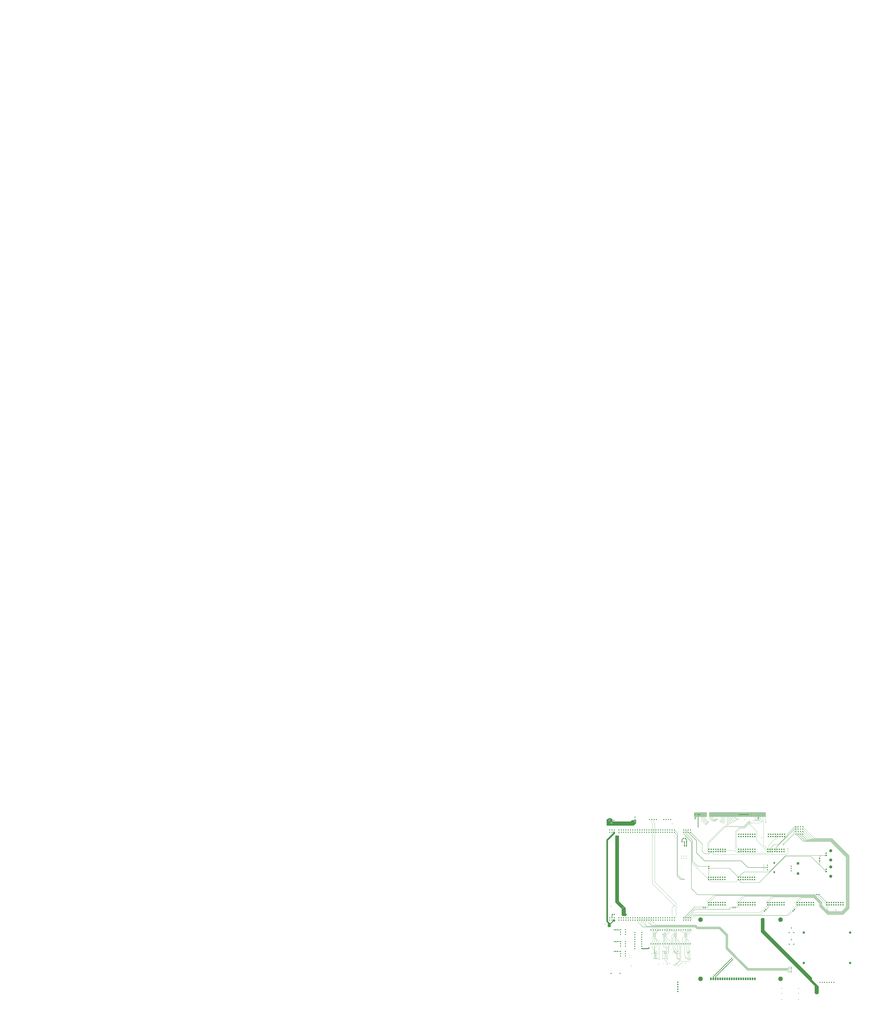
<source format=gbl>
G04 Layer_Physical_Order=4*
G04 Layer_Color=16711680*
%FSLAX44Y44*%
%MOMM*%
G71*
G01*
G75*
%ADD10R,1.2700X1.2700*%
%ADD11R,0.4500X1.0000*%
%ADD13R,1.2700X1.2700*%
%ADD17R,0.8000X5.0800*%
%ADD25C,0.2000*%
%ADD26C,0.2540*%
%ADD27C,0.4000*%
%ADD29C,0.7000*%
%ADD30C,0.8000*%
%ADD31C,1.0000*%
%ADD36C,1.2700*%
%ADD37R,1.5000X1.5000*%
%ADD38C,1.5000*%
%ADD39C,3.3000*%
%ADD40C,1.5240*%
%ADD41C,1.3000*%
%ADD42R,2.5000X2.5000*%
%ADD43R,1.5000X2.1000*%
%ADD44C,2.5000*%
%ADD45O,1.5000X1.0000*%
%ADD46O,1.0000X1.5000*%
%ADD47R,1.8000X2.7500*%
%ADD48C,5.0000*%
%ADD49C,0.7000*%
%ADD54C,0.5000*%
%ADD55P,1.7961X4X90.0*%
G36*
X6260000Y7170000D02*
Y7160000D01*
X6260000Y7149000D01*
X6459000Y7149000D01*
X6473000Y7163000D01*
X6504494D01*
X6507000Y7161962D01*
X6509506Y7163000D01*
X6520000D01*
Y7130000D01*
X6493000Y7103000D01*
X6195000D01*
X6195000Y7144898D01*
X6195000Y7144898D01*
X6195000Y7160000D01*
Y7170000D01*
X6220000Y7185000D01*
X6240000D01*
X6260000Y7170000D01*
D02*
G37*
G36*
X6325000Y6995000D02*
X6330000Y6990000D01*
X6330000Y6950000D01*
X6330000Y6272000D01*
X6405000Y6197000D01*
X6405000Y6145000D01*
Y6140000D01*
X6415000Y6130000D01*
Y6120000D01*
X6405000Y6110000D01*
X6370000D01*
X6360000Y6120000D01*
Y6155000D01*
Y6190000D01*
X6345000Y6205000D01*
X6290000Y6260000D01*
Y6295000D01*
Y6955000D01*
Y6990000D01*
X6295000Y6995000D01*
X6325000Y6995000D01*
D02*
G37*
G36*
X6283500Y7036000D02*
X6284499Y7034065D01*
X6284984Y7032893D01*
X6285330Y7032293D01*
X6285637Y7031672D01*
X6286063Y7031035D01*
X6287500Y7028250D01*
Y7016500D01*
X6210000Y6939000D01*
Y6070000D01*
Y6053000D01*
X6234000Y6029000D01*
X6265000Y6060000D01*
Y6067000D01*
X6273000Y6075000D01*
X6282748D01*
X6282775Y6074595D01*
X6283351Y6071697D01*
X6283574Y6071042D01*
X6283754Y6070373D01*
X6284884Y6067643D01*
X6285230Y6067043D01*
X6285536Y6066422D01*
X6287178Y6063965D01*
X6287635Y6063445D01*
X6288056Y6062896D01*
X6290000Y6060952D01*
Y6055000D01*
X6285000Y6050000D01*
X6270000D01*
X6240000Y6020000D01*
Y5993000D01*
X6235000Y5988000D01*
X6212000D01*
X6208000Y5992000D01*
Y6009000D01*
Y6033000D01*
X6192000Y6049000D01*
Y6927000D01*
Y6948000D01*
X6212000Y6968000D01*
X6268000Y7024000D01*
X6268000Y7037683D01*
X6269026Y7038590D01*
X6283500Y7036000D01*
D02*
G37*
G36*
X7922000Y6089000D02*
X7931000Y6080000D01*
X7931000Y5954000D01*
X8453000Y5432000D01*
Y5410000D01*
X8521000Y5342000D01*
X8527000Y5336000D01*
Y5327000D01*
X8527000Y5262000D01*
X8516000Y5251000D01*
X8497000Y5251000D01*
X8494000D01*
X8487000Y5258000D01*
X8483000Y5262000D01*
Y5332000D01*
Y5342000D01*
X8349000Y5476000D01*
X7891000Y5934000D01*
X7891000Y6080000D01*
X7900000Y6089000D01*
X7922000Y6089000D01*
D02*
G37*
%LPC*%
G36*
X6226270Y7169938D02*
Y7161270D01*
X6232605D01*
Y7162500D01*
X6232346Y7164468D01*
X6231586Y7166302D01*
X6230378Y7167878D01*
X6228802Y7169086D01*
X6226968Y7169846D01*
X6226270Y7169938D01*
D02*
G37*
G36*
X6223730D02*
X6223032Y7169846D01*
X6221198Y7169086D01*
X6219622Y7167878D01*
X6218414Y7166302D01*
X6217654Y7164468D01*
X6217395Y7162500D01*
Y7161270D01*
X6223730D01*
Y7169938D01*
D02*
G37*
G36*
X6232605Y7158730D02*
X6226270D01*
Y7150062D01*
X6226968Y7150154D01*
X6228802Y7150914D01*
X6230378Y7152122D01*
X6231586Y7153698D01*
X6232346Y7155532D01*
X6232605Y7157500D01*
Y7158730D01*
D02*
G37*
G36*
X6223730D02*
X6217395D01*
Y7157500D01*
X6217654Y7155532D01*
X6218414Y7153698D01*
X6219622Y7152122D01*
X6221198Y7150914D01*
X6223032Y7150154D01*
X6223730Y7150062D01*
Y7158730D01*
D02*
G37*
G36*
X6508270Y7154697D02*
Y7146870D01*
X6516096D01*
X6513804Y7152404D01*
X6508270Y7154697D01*
D02*
G37*
G36*
X6505730Y7154697D02*
X6500196Y7152404D01*
X6497903Y7146870D01*
X6505730D01*
Y7154697D01*
D02*
G37*
G36*
X6516097Y7144330D02*
X6508270D01*
Y7136504D01*
X6513804Y7138796D01*
X6516097Y7144330D01*
D02*
G37*
G36*
X6505730D02*
X6497903D01*
X6500196Y7138796D01*
X6505730Y7136503D01*
Y7144330D01*
D02*
G37*
G36*
X6250500Y7139576D02*
X6245500D01*
X6240142Y7137358D01*
X6237924Y7132000D01*
X6240142Y7126642D01*
X6245500Y7124423D01*
X6250500D01*
X6255858Y7126642D01*
X6258077Y7132000D01*
X6255858Y7137358D01*
X6250500Y7139576D01*
D02*
G37*
G36*
X6376000Y6207838D02*
X6374244Y6207489D01*
X6372756Y6206494D01*
X6371761Y6205006D01*
X6371412Y6203250D01*
X6371761Y6201494D01*
X6372756Y6200005D01*
X6374244Y6199011D01*
X6376000Y6198661D01*
X6377756Y6199011D01*
X6379244Y6200005D01*
X6380239Y6201494D01*
X6380588Y6203250D01*
X6380239Y6205006D01*
X6379244Y6206494D01*
X6377756Y6207489D01*
X6376000Y6207838D01*
D02*
G37*
%LPD*%
D10*
X7317750Y6655000D02*
D03*
Y6635000D02*
D03*
D11*
X7078000Y5893000D02*
D03*
X7069000D02*
D03*
X7060000D02*
D03*
X7051000D02*
D03*
X7078000Y5910000D02*
D03*
X7069000D02*
D03*
X7060000D02*
D03*
X7051000D02*
D03*
X6705750D02*
D03*
X6714750D02*
D03*
X6723750D02*
D03*
X6732750D02*
D03*
X6705750Y5893000D02*
D03*
X6714750D02*
D03*
X6723750D02*
D03*
X6732750D02*
D03*
X6963250D02*
D03*
X6954250D02*
D03*
X6945250D02*
D03*
X6936250D02*
D03*
X6963250Y5910000D02*
D03*
X6954250D02*
D03*
X6945250D02*
D03*
X6936250D02*
D03*
X6821000D02*
D03*
X6830000D02*
D03*
X6839000D02*
D03*
X6848000D02*
D03*
X6821000Y5893000D02*
D03*
X6830000D02*
D03*
X6839000D02*
D03*
X6848000D02*
D03*
D13*
X8528000Y6346000D02*
D03*
X8508000D02*
D03*
X6290000Y5958000D02*
D03*
X6310000D02*
D03*
X6290000Y5830000D02*
D03*
X6310000D02*
D03*
X6290000Y5721500D02*
D03*
X6310000D02*
D03*
X7279000Y6202000D02*
D03*
X7259000D02*
D03*
X7606000D02*
D03*
X7586000D02*
D03*
X7039000Y6963000D02*
D03*
X7059000D02*
D03*
X7052250Y6880000D02*
D03*
X7072250D02*
D03*
X6280000Y6128000D02*
D03*
X6260000D02*
D03*
D17*
X7163000Y7224000D02*
D03*
X7175700D02*
D03*
X7188400D02*
D03*
X7201100D02*
D03*
X7213800D02*
D03*
X7226500D02*
D03*
X7239200D02*
D03*
X7251900D02*
D03*
X7264600D02*
D03*
X7277300D02*
D03*
X7290000D02*
D03*
X7328200Y7224600D02*
D03*
X7340900D02*
D03*
X7353600D02*
D03*
X7366300D02*
D03*
X7379000D02*
D03*
X7391700D02*
D03*
X7404400D02*
D03*
X7417100D02*
D03*
X7429800D02*
D03*
X7442500D02*
D03*
X7455200D02*
D03*
X7467900D02*
D03*
X7480600D02*
D03*
X7493300D02*
D03*
X7506000D02*
D03*
X7518700D02*
D03*
X7531400D02*
D03*
X7544100D02*
D03*
X7556800D02*
D03*
X7569500D02*
D03*
X7582200D02*
D03*
X7594900D02*
D03*
X7607600D02*
D03*
X7620300D02*
D03*
X7633000D02*
D03*
X7645700D02*
D03*
X7658400D02*
D03*
X7671100D02*
D03*
X7683800D02*
D03*
X7696500D02*
D03*
X7709200D02*
D03*
X7721900D02*
D03*
X7734600D02*
D03*
X7747300D02*
D03*
X7760000D02*
D03*
X7772700D02*
D03*
X7785400D02*
D03*
X7810800D02*
D03*
X7823500D02*
D03*
X7836200D02*
D03*
X7848900D02*
D03*
X7861600D02*
D03*
X7874300D02*
D03*
X7887000D02*
D03*
X7899700D02*
D03*
X7912400D02*
D03*
X7925100D02*
D03*
X7937800D02*
D03*
X7798000D02*
D03*
D25*
X7026250Y5787750D02*
Y5860250D01*
X7051000Y5885000D01*
Y5893000D01*
X7078250Y5858500D02*
Y5891750D01*
Y5858500D02*
X7100000Y5836750D01*
X7097000Y5910000D02*
X7129500Y5942500D01*
X7078000Y5910000D02*
X7097000D01*
X7009700Y5934500D02*
X7041000D01*
X7051000Y5924500D01*
Y5910000D02*
Y5924500D01*
X6962400Y5956400D02*
X6963250Y5955550D01*
Y5910000D02*
Y5955550D01*
X6937000Y5956400D02*
X6954250Y5939150D01*
Y5910000D02*
Y5939150D01*
X6963250Y5857250D02*
X6999250Y5821250D01*
X6963250Y5857250D02*
Y5893000D01*
X6924250Y5747250D02*
Y5872000D01*
X6936250Y5884000D01*
Y5893000D01*
X6911600Y5891350D02*
X6930250Y5910000D01*
X6936250D01*
X6830000Y5828750D02*
X6846250Y5812500D01*
X6830000Y5892667D02*
X6830833Y5893500D01*
X6830000Y5892667D02*
Y5893000D01*
Y5828750D02*
Y5892667D01*
X6821000Y5775500D02*
X6851750Y5744750D01*
X6821000Y5775500D02*
Y5893000D01*
X6846833Y5893500D02*
X6848500Y5891833D01*
Y5875750D02*
Y5891833D01*
Y5875750D02*
X6896750Y5827500D01*
X6860250Y5909250D02*
X6897750Y5946750D01*
X6849583Y5909250D02*
X6860250D01*
X6846833Y5906500D02*
X6849583Y5909250D01*
X6830000Y5925600D02*
X6860800Y5956400D01*
X6830000Y5910000D02*
Y5925600D01*
X6807500Y5905500D02*
X6812000Y5910000D01*
X6821000D01*
X6705750Y5953750D02*
X6708400Y5956400D01*
X6705750Y5910000D02*
Y5953750D01*
X6714750Y5937350D02*
X6733800Y5956400D01*
X6714750Y5910000D02*
Y5937350D01*
X6705750Y5881750D02*
Y5893000D01*
X6695750Y5871750D02*
X6705750Y5881750D01*
X6695750Y5759250D02*
Y5871750D01*
X6714750Y5853750D02*
X6720500Y5848000D01*
X6714750Y5853750D02*
Y5893000D01*
X6732750Y5866250D02*
X6770750Y5828250D01*
X6732750Y5866250D02*
Y5893000D01*
X6810200Y7055200D02*
X6813000D01*
X8182000Y5535828D02*
X8197172Y5551000D01*
X8228000D01*
X8187636Y5531829D02*
X8197808Y5542000D01*
X8228000D01*
X8192636Y5527828D02*
X8197808Y5533000D01*
X8228000D01*
X7748142Y5523828D02*
X8227828D01*
X7746486Y5519828D02*
X8186000D01*
X8196829Y5509000D02*
X8228000D01*
X8186000Y5519828D02*
X8196829Y5509000D01*
X7744828Y5515828D02*
X8176000D01*
X8191829Y5500000D01*
X8228000D01*
X7744000Y5511000D02*
X8173000D01*
X8193000Y5491000D01*
X8228000D01*
X7607600Y7195400D02*
Y7224600D01*
Y7195400D02*
X7628000Y7175000D01*
X7645000D01*
X7594900Y7196528D02*
Y7224600D01*
Y7196528D02*
X7626143Y7165286D01*
X7582200Y7180657D02*
Y7224600D01*
Y7180657D02*
X7607286Y7155571D01*
X7569500Y7164786D02*
X7588428Y7145857D01*
X7569500Y7164786D02*
Y7224600D01*
X7556800Y7148914D02*
X7569572Y7136143D01*
X7544100Y7133043D02*
X7550714Y7126429D01*
X7544100Y7133043D02*
Y7224600D01*
X7531400D02*
X7531857Y7224143D01*
Y7116714D02*
Y7224143D01*
X7513000Y7107000D02*
Y7110386D01*
X7518700Y7116086D01*
Y7224600D01*
X7887000Y7175000D02*
Y7224600D01*
X7878000Y7166000D02*
X7887000Y7175000D01*
X8063000Y6995500D02*
X8075500Y7008000D01*
X8063000Y6972000D02*
Y6995500D01*
X7980000Y6889000D02*
X8063000Y6972000D01*
X7980000Y6806000D02*
Y6889000D01*
X7974000Y6800000D02*
X7980000Y6806000D01*
X7740450Y6800000D02*
X7974000D01*
X7722950Y6817500D02*
X7740450Y6800000D01*
X7709450Y6831000D02*
X7722950Y6817500D01*
X7669000Y6831000D02*
X7709450D01*
X7659000Y6821000D02*
X7669000Y6831000D01*
X7659000Y6811000D02*
Y6821000D01*
X7651000Y6803000D02*
X7659000Y6811000D01*
X7629000Y6803000D02*
X7651000D01*
X7602000Y6830000D02*
X7629000Y6803000D01*
X7408000Y6830000D02*
X7602000D01*
X7395800Y6817800D02*
X7408000Y6830000D01*
X7395800Y6817500D02*
Y6817800D01*
X6935250Y5576250D02*
X6947000Y5564500D01*
X6985500D01*
X7031500Y5610500D01*
X7098250D01*
X7112500Y5624750D01*
Y5641250D01*
X6999250Y5625750D02*
Y5821250D01*
X6954750Y5581250D02*
X6999250Y5625750D01*
X7011000Y5625500D02*
Y5772500D01*
X6860000Y5580000D02*
Y5604500D01*
X6860750Y5605250D01*
X6771750Y5633750D02*
Y5795000D01*
X6770750Y5796000D02*
X6771750Y5795000D01*
X6759200Y5956400D02*
X6763000Y5952600D01*
X6680000Y5953400D02*
X6683000Y5956400D01*
X7505000Y5750000D02*
X7744000Y5511000D01*
X7505000Y5750000D02*
Y5894000D01*
X7773000Y5420800D02*
X7773800Y5420000D01*
X6594000Y5987000D02*
X7168000D01*
X6595657Y5991000D02*
X7169657D01*
X7509000Y5751657D02*
Y5895657D01*
Y5751657D02*
X7744828Y5515828D01*
X7513000Y5753314D02*
X7746486Y5519828D01*
X7513000Y5753314D02*
Y5897314D01*
X6634000Y5995000D02*
X7171313D01*
X6636000Y5999000D02*
X7172971D01*
X7517000Y5754971D02*
Y5898970D01*
Y5754971D02*
X7748142Y5523828D01*
X7749799Y5527828D02*
X8192636D01*
X7521000Y5756627D02*
X7749799Y5527828D01*
X7521000Y5756627D02*
Y5900627D01*
X6692000Y6003000D02*
X7174628D01*
X6693657Y6007000D02*
X7176284D01*
X7525000Y5758284D02*
Y5902284D01*
Y5758284D02*
X7751456Y5531829D01*
X7753113Y5535828D02*
X8182000D01*
X7529000Y5759941D02*
X7753113Y5535828D01*
X7529000Y5759941D02*
Y5903941D01*
X6735000Y6011000D02*
X7177941D01*
X6546000Y6035000D02*
Y6077600D01*
X6533800Y6089800D02*
X6546000Y6077600D01*
X6559200Y6087800D02*
Y6089800D01*
Y6087800D02*
X6573828Y6073171D01*
Y6012828D02*
Y6073171D01*
X6598000Y6031000D02*
Y6076400D01*
X6584600Y6089800D02*
X6598000Y6076400D01*
X6610000Y6089800D02*
X6622000Y6077800D01*
Y6013000D02*
Y6077800D01*
X6649000Y6046000D02*
X6692000Y6003000D01*
X6649000Y6046000D02*
Y6076200D01*
X6635400Y6089800D02*
X6649000Y6076200D01*
X6674000Y6026657D02*
X6693657Y6007000D01*
X6701000Y6045000D02*
Y6075000D01*
X6686200Y6089800D02*
X6701000Y6075000D01*
X6660800Y6089800D02*
X6674000Y6076600D01*
Y6026657D02*
Y6076600D01*
X6546000Y6035000D02*
X6594000Y5987000D01*
X6573828Y6012828D02*
X6595657Y5991000D01*
X6598000Y6031000D02*
X6634000Y5995000D01*
X6622000Y6013000D02*
X6636000Y5999000D01*
X6701000Y6045000D02*
X6735000Y6011000D01*
X7168000Y5987000D02*
X7188000Y5967000D01*
X7169657Y5991000D02*
X7189657Y5971000D01*
X7171313Y5995000D02*
X7191313Y5975000D01*
X7172971Y5999000D02*
X7192971Y5979000D01*
X7174628Y6003000D02*
X7194627Y5983000D01*
X7176284Y6007000D02*
X7196284Y5987000D01*
X7188000Y5967000D02*
X7432000D01*
X7505000Y5894000D01*
X7189657Y5971000D02*
X7433657D01*
X7509000Y5895657D01*
X7191313Y5975000D02*
X7435314D01*
X7513000Y5897314D01*
X7192971Y5979000D02*
X7436970D01*
X7517000Y5898970D01*
X7194627Y5983000D02*
X7438627D01*
X7521000Y5900627D01*
X7196284Y5987000D02*
X7440284D01*
X7525000Y5902284D01*
X7177941Y6011000D02*
X7197941Y5991000D01*
X7441941D01*
X7529000Y5903941D01*
X7751456Y5531829D02*
X8187636D01*
X6813250Y5652750D02*
Y5725250D01*
Y5652750D02*
X6860750Y5605250D01*
X6830250Y5700500D02*
Y5714500D01*
X6828000Y5716750D02*
X6830250Y5714500D01*
X6828000Y5716750D02*
Y5725500D01*
X6837000Y5713083D02*
X6840333Y5716417D01*
X6837000Y5646750D02*
Y5713083D01*
X6840333Y5716417D02*
Y5721917D01*
X6849000Y5645500D02*
X6863000Y5631500D01*
X6849000Y5645500D02*
Y5676000D01*
X6841000Y5684000D02*
X6849000Y5676000D01*
X6896750Y5794750D02*
Y5827500D01*
X6861000Y5646750D02*
Y5691500D01*
X6879000Y5709500D01*
Y5777000D01*
X6896750Y5794750D01*
X6841000Y5704500D02*
X6851750Y5715250D01*
X6841000Y5684000D02*
Y5704500D01*
X6851750Y5715250D02*
Y5744750D01*
X6849000Y5698000D02*
Y5705750D01*
X6872000Y5728750D01*
Y5810000D01*
X6838833Y5843167D02*
X6872000Y5810000D01*
X6838833Y5843167D02*
Y5893500D01*
X6846250Y5773500D02*
X6859750Y5760000D01*
X6846250Y5773500D02*
Y5812500D01*
X6738579Y5722171D02*
Y5723779D01*
Y5722171D02*
X6742250Y5718500D01*
Y5653750D02*
Y5718500D01*
Y5653750D02*
X6752500Y5643500D01*
Y5640500D02*
Y5643500D01*
X6727000Y5659093D02*
X6728600Y5657493D01*
X6733578Y5651671D02*
X6740250Y5645000D01*
X6733578Y5651671D02*
Y5704028D01*
X6715750Y5653500D02*
X6723000Y5660750D01*
X6727000Y5659093D02*
Y5708599D01*
X6720500Y5709442D02*
Y5848000D01*
X6724500Y5764750D02*
X6746500Y5786750D01*
X6724500Y5711099D02*
Y5764750D01*
Y5711099D02*
X6727000Y5708599D01*
X6720500Y5709442D02*
X6723000Y5706942D01*
Y5660750D02*
Y5706942D01*
X6724000Y5862250D02*
Y5893500D01*
Y5862250D02*
X6746500Y5839750D01*
Y5786750D02*
Y5839750D01*
X6715750Y5640500D02*
Y5653500D01*
X6695750Y5759250D02*
X6716500Y5738500D01*
Y5704250D02*
Y5738500D01*
X6911600Y5804000D02*
Y5891350D01*
X7500000Y7090000D02*
X7705657D01*
X7319600Y6909600D02*
X7500000Y7090000D01*
X7319600Y6842900D02*
Y6909600D01*
X7377500Y6785000D02*
X7704650D01*
X7672150Y6817500D02*
X7704650Y6785000D01*
X8189000Y6802000D02*
Y6852000D01*
X8172000Y6785000D02*
X8189000Y6802000D01*
X8176550Y6117750D02*
X8291300Y6232500D01*
X7150600Y6148750D02*
X7883650D01*
X7967400Y6232500D01*
X7079000Y6077050D02*
Y6096793D01*
X7163207Y6181000D01*
X7630250Y6216000D02*
X7646750Y6232500D01*
Y6257900D02*
X7658000Y6246650D01*
Y6220000D02*
Y6246650D01*
X7640000Y6202000D02*
X7658000Y6220000D01*
X7606000Y6202000D02*
X7640000D01*
X7302100Y6215000D02*
X7319600Y6232500D01*
X7333000Y6228000D02*
Y6244500D01*
X7307000Y6202000D02*
X7333000Y6228000D01*
X7279000Y6202000D02*
X7307000D01*
X7319600Y6257900D02*
X7333000Y6244500D01*
X7921000Y6889300D02*
Y7148000D01*
X7912400Y7156600D02*
X7921000Y7148000D01*
X7912400Y7156600D02*
Y7224600D01*
X7785000Y7131000D02*
X7879000D01*
X7767000D02*
X7785000D01*
X7770000Y7146000D02*
X7785000Y7131000D01*
X7761657Y7146000D02*
X7770000D01*
X7705657Y7090000D02*
X7761657Y7146000D01*
X7307000Y6914000D02*
X7489000Y7096000D01*
X7307000Y6830100D02*
Y6914000D01*
Y6830100D02*
X7319600Y6817500D01*
X7657000Y7082000D02*
X7710000D01*
X7610000Y7035000D02*
X7657000Y7082000D01*
X7610000Y6854250D02*
Y7035000D01*
Y6854250D02*
X7646750Y6817500D01*
X7623000Y6866650D02*
X7646750Y6842900D01*
X7623000Y6866650D02*
Y7033000D01*
X7665000Y7075000D01*
X7711000D01*
X7767000Y7131000D01*
X7879000D02*
X7902000Y7154000D01*
X7921000Y6889300D02*
X7967400Y6842900D01*
X7489000Y7096000D02*
X7706000D01*
X7766000Y7156000D01*
X7710000Y7082000D02*
X7766000Y7138000D01*
Y7120000D02*
X7846000Y7040000D01*
Y6938900D02*
Y7040000D01*
Y6938900D02*
X7967400Y6817500D01*
X7493300Y7148300D02*
Y7224600D01*
X7475000Y7130000D02*
X7493300Y7148300D01*
X7480600Y7153156D02*
Y7224600D01*
X7464445Y7137000D02*
X7480600Y7153156D01*
X7467900Y7158011D02*
Y7224600D01*
X7453889Y7144000D02*
X7467900Y7158011D01*
X7455200Y7162867D02*
Y7224600D01*
X7443333Y7151000D02*
X7455200Y7162867D01*
X7556800Y7148914D02*
Y7224600D01*
X7366300Y7184700D02*
Y7224600D01*
Y7184700D02*
X7375000Y7176000D01*
X7414000D01*
X7353600Y7179400D02*
X7364667Y7168333D01*
X7404667D01*
X7340900Y7180100D02*
X7360333Y7160667D01*
X7395333D01*
X7356000Y7153000D02*
X7386000D01*
X7353600Y7179400D02*
Y7224600D01*
X7340900Y7180100D02*
Y7224600D01*
X7328200Y7180800D02*
Y7224600D01*
Y7180800D02*
X7355000Y7154000D01*
X7277300Y7176700D02*
X7312000Y7142000D01*
X7277300Y7176700D02*
Y7224000D01*
X7264400Y7172600D02*
Y7223800D01*
Y7172600D02*
X7304000Y7133000D01*
X7251900Y7166100D02*
Y7224000D01*
X7253000Y7165000D02*
X7294000Y7124000D01*
X7239200Y7160800D02*
Y7224000D01*
Y7160800D02*
X7285000Y7115000D01*
X7798343Y7008000D02*
X7799150D01*
X7264400Y7223800D02*
X7264600Y7224000D01*
X-245000Y15903500D02*
Y15904250D01*
Y15903500D02*
Y15904250D01*
X7137000Y6127000D02*
X7893000D01*
X7929858Y6163858D01*
X7105000Y6095000D02*
X7137000Y6127000D01*
X7105000Y6077750D02*
Y6095000D01*
X8192000Y6113000D02*
X8244858Y6165858D01*
X7165750Y6113000D02*
X8192000D01*
X8259000Y6180000D02*
X8304000Y6225000D01*
Y6245200D01*
X8291300Y6257900D02*
X8304000Y6245200D01*
X7145100Y6117750D02*
X8176550D01*
X7992800Y6817500D02*
X8025300Y6785000D01*
X7704650D02*
X8025300D01*
X8172000D01*
X8518701Y6329000D02*
X8615200Y6232500D01*
X7041350Y7006650D02*
Y7030000D01*
X7125000Y6411000D02*
X7194000Y6342000D01*
X7125000Y6411000D02*
Y6923000D01*
X7041350Y7006650D02*
X7125000Y6923000D01*
X7129000Y6412657D02*
X7195657Y6346000D01*
X7129000Y6412657D02*
Y6924657D01*
X7053000Y7000657D02*
X7129000Y6924657D01*
X7053000Y7000657D02*
Y7043750D01*
X7041350Y7055400D02*
X7053000Y7043750D01*
X7133000Y6693600D02*
X7316600Y6510000D01*
X7133000Y6693600D02*
Y6929000D01*
X7066550Y6995450D02*
Y7030000D01*
Y6995450D02*
X7133000Y6929000D01*
X7316600Y6510000D02*
X7341600Y6485000D01*
X7618750D01*
X7643750Y6510000D01*
X7166350Y6215000D02*
X7302100D01*
X7054000Y6077250D02*
Y6096993D01*
X7159007Y6202000D01*
X7259000D01*
X7161550Y6185000D02*
X7541000D01*
X7572000Y6216000D01*
X7630250D01*
X7542657Y6181000D02*
X7563657Y6202000D01*
X7586000D01*
X7163207Y6181000D02*
X7542657D01*
X7345000Y6817500D02*
X7377500Y6785000D01*
X7824000Y7168000D02*
Y7224100D01*
X7823500Y7224600D02*
X7824000Y7224100D01*
X7836000Y7172500D02*
Y7224400D01*
X7848900Y7176100D02*
Y7224600D01*
X7937800Y7149200D02*
Y7224600D01*
Y7149200D02*
X7947000Y7140000D01*
X7824000Y7168000D02*
X7836000Y7156000D01*
Y7172500D02*
X7852500Y7156000D01*
X7848900Y7176100D02*
X7869000Y7156000D01*
X6732000Y5906500D02*
Y5913750D01*
X6772750Y5954500D01*
Y5966500D01*
X6765000Y5974250D02*
X6772750Y5966500D01*
X6700850Y5974250D02*
X6765000D01*
X6683000Y5956400D02*
X6700850Y5974250D01*
X6838833Y5906500D02*
Y5919833D01*
X6857750Y5938750D01*
X6868550D01*
X6886200Y5956400D01*
X6897750Y5946750D02*
Y5963750D01*
X6890000Y5971500D02*
X6897750Y5963750D01*
X6850500Y5971500D02*
X6890000D01*
X6835400Y5956400D02*
X6850500Y5971500D01*
X6945667Y5906500D02*
Y5922333D01*
X6987800Y5956400D02*
X7009700Y5934500D01*
X7060500Y5906500D02*
Y5952900D01*
X7064000Y5956400D01*
X7129500Y5942500D02*
Y5961000D01*
X7119750Y5970750D02*
X7129500Y5961000D01*
X7103750Y5970750D02*
X7119750D01*
X7089400Y5956400D02*
X7103750Y5970750D01*
X6935000Y5713500D02*
X6967500Y5681000D01*
Y5648000D02*
Y5681000D01*
X6976250Y5653500D02*
X6992750Y5637000D01*
X6972750Y5700750D02*
Y5721500D01*
X6945667Y5748583D02*
X6972750Y5721500D01*
X6945667Y5823083D02*
Y5893500D01*
Y5823083D02*
X6950750Y5818000D01*
X6945667Y5748583D02*
Y5785917D01*
X6950750Y5791000D01*
Y5818000D01*
X6953666Y5837083D02*
Y5893500D01*
Y5837083D02*
X6972500Y5818250D01*
Y5728750D02*
Y5818250D01*
Y5728750D02*
X6980750Y5720500D01*
X6770750Y5796000D02*
Y5828250D01*
X6967466Y5581967D02*
X7011000Y5625500D01*
Y5772500D02*
X7026250Y5787750D01*
X7060500Y5827000D02*
Y5893500D01*
X7051750Y5818250D02*
X7060500Y5827000D01*
X7051750Y5671250D02*
Y5818250D01*
Y5671250D02*
X7085750Y5637250D01*
X7068500Y5852750D02*
Y5893500D01*
Y5852750D02*
X7077500Y5843750D01*
Y5712500D02*
Y5843750D01*
Y5712500D02*
X7086250Y5703750D01*
X7100000Y5705250D02*
Y5836750D01*
X7099500Y5704750D02*
X7100000Y5705250D01*
X7091000Y5717500D02*
X7092750Y5715750D01*
Y5640750D02*
Y5715750D01*
Y5640750D02*
X7099000Y5634500D01*
X7109000Y5644750D02*
Y5725500D01*
Y5644750D02*
X7112500Y5641250D01*
X6914400Y6198400D02*
X6939800Y6223800D01*
X6959000Y6111000D02*
Y6249000D01*
X6939800Y6091800D02*
X6959000Y6111000D01*
X6692000Y7132000D02*
Y7169750D01*
X6717400Y7132600D02*
Y7169750D01*
X6698000Y6465600D02*
X6939800Y6223800D01*
X6698000Y6465600D02*
Y7126000D01*
X6692000Y7132000D02*
X6698000Y7126000D01*
X6725000Y6483000D02*
X6959000Y6249000D01*
X6725000Y6483000D02*
Y7125000D01*
X6717400Y7132600D02*
X6725000Y7125000D01*
X6924250Y5747250D02*
X6961000Y5710500D01*
X6976250Y5653500D02*
Y5684000D01*
X6934750Y5725500D02*
X6976250Y5684000D01*
X6911600Y5956400D02*
X6945667Y5922333D01*
X7312000Y7142000D02*
X7315000D01*
X6967500Y5648000D02*
X6979500Y5636000D01*
X6740250Y5639750D02*
Y5645000D01*
X6728600Y5640350D02*
Y5657493D01*
X7117350Y6090000D02*
X7145100Y6117750D01*
X7091850Y6090000D02*
X7150600Y6148750D01*
X6914400Y6090000D02*
Y6198400D01*
X7066550Y6090000D02*
X7161550Y6185000D01*
X7041350Y6064600D02*
X7054000Y6077250D01*
X7041350Y6090000D02*
X7166350Y6215000D01*
X7117350Y6064600D02*
X7165750Y6113000D01*
X7091850Y6064600D02*
X7105000Y6077750D01*
X6939800Y6090000D02*
Y6091800D01*
X7066550Y6064600D02*
X7079000Y6077050D01*
X8291300Y6257900D02*
X8343400Y6310000D01*
X7967400Y6257900D02*
X8027500Y6318000D01*
X7646750Y6257900D02*
X7714850Y6326000D01*
X7319600Y6257900D02*
X7395700Y6334000D01*
X7302500Y6249600D02*
X7319600Y6232500D01*
X7195657Y6346000D02*
X8508000D01*
X7302500Y6267500D02*
X7373000Y6338000D01*
X7302500Y6249600D02*
Y6267500D01*
X7630000Y6249250D02*
X7646750Y6232500D01*
X7630000Y6249250D02*
Y6265750D01*
X7694250Y6330000D01*
X7952400Y6247500D02*
X7967400Y6232500D01*
X8277500Y6246300D02*
X8291300Y6232500D01*
X8277500Y6246300D02*
Y6265000D01*
X8326500Y6314000D01*
X7952400Y6247500D02*
Y6264900D01*
X8009500Y6322000D01*
X8615200Y6257900D02*
X8627500Y6245601D01*
X8793500Y6123500D02*
X8862500Y6192500D01*
X8791843Y6127500D02*
X8858500Y6194157D01*
X8791187Y6132500D02*
X8854500Y6195814D01*
X8789529Y6136500D02*
X8850500Y6197471D01*
X8787873Y6140500D02*
X8846500Y6199127D01*
X8786216Y6144500D02*
X8842500Y6200784D01*
X8784559Y6148500D02*
X8838500Y6202441D01*
X8782902Y6152500D02*
X8834500Y6204098D01*
X8781245Y6156500D02*
X8830500Y6205755D01*
X8779589Y6160500D02*
X8826500Y6207411D01*
X8531000Y6219000D02*
X8626500Y6123500D01*
X8793500D01*
X8535000Y6220657D02*
X8628157Y6127500D01*
X8791843D01*
X8542500Y6218813D02*
X8628813Y6132500D01*
X8791187D01*
X8546500Y6220471D02*
X8630471Y6136500D01*
X8789529D01*
X8550500Y6222127D02*
X8632127Y6140500D01*
X8787873D01*
X8554500Y6223784D02*
X8633784Y6144500D01*
X8786216D01*
X8558500Y6225441D02*
X8635441Y6148500D01*
X8784559D01*
X8562500Y6227098D02*
X8637098Y6152500D01*
X8782902D01*
X8615200Y6180054D02*
Y6232500D01*
Y6180054D02*
X8638755Y6156500D01*
X8781245D01*
X8627500Y6173411D02*
Y6245601D01*
Y6173411D02*
X8640411Y6160500D01*
X8779589D01*
X7194000Y6342000D02*
X8487000D01*
X8562500Y6227098D02*
Y6260000D01*
X7373000Y6338000D02*
X8484500D01*
X8558500Y6225441D02*
Y6258343D01*
X7395700Y6334000D02*
X8482843D01*
X8554500Y6223784D02*
Y6256686D01*
X7694250Y6330000D02*
X8481187D01*
X8550500Y6222127D02*
Y6255029D01*
X7714850Y6326000D02*
X8479529D01*
X8546500Y6220471D02*
Y6253373D01*
X8009500Y6322000D02*
X8477872D01*
X8542500Y6218813D02*
Y6251716D01*
X8027500Y6318000D02*
X8476216D01*
X8487000Y6342000D02*
X8500000Y6329000D01*
X8518701D01*
X8484500Y6338000D02*
X8562500Y6260000D01*
X8482843Y6334000D02*
X8558500Y6258343D01*
X8481187Y6330000D02*
X8554500Y6256686D01*
X8479529Y6326000D02*
X8550500Y6255029D01*
X8477872Y6322000D02*
X8546500Y6253373D01*
X8476216Y6318000D02*
X8542500Y6251716D01*
X8343400Y6310000D02*
X8472500D01*
X8531000Y6251500D01*
Y6219000D02*
Y6251500D01*
X8474157Y6314000D02*
X8535000Y6253157D01*
X8326500Y6314000D02*
X8474157D01*
X8535000Y6220657D02*
Y6253157D01*
X8275000Y7010000D02*
X8358000Y6927000D01*
X8275000Y7037500D02*
X8287828Y7024672D01*
Y7002828D02*
Y7024672D01*
Y7002828D02*
X8359657Y6931000D01*
X8300400Y7010000D02*
X8375400Y6935000D01*
X8300400Y7037500D02*
X8313029Y7024872D01*
Y7003029D02*
Y7024872D01*
Y7003029D02*
X8377057Y6939000D01*
X8325800Y7010000D02*
X8392800Y6943000D01*
X8325800Y7037500D02*
X8337500Y7025800D01*
Y7003957D02*
Y7025800D01*
Y7003957D02*
X8394457Y6947000D01*
X8351200Y7010000D02*
X8410200Y6951000D01*
X8351200Y7037500D02*
X8433700Y6955000D01*
X8351200Y7065000D02*
X8457200Y6959000D01*
X8351500Y7091500D02*
X8480000Y6963000D01*
X8672000D01*
X8862500Y6772500D01*
Y6192500D02*
Y6772500D01*
X8670343Y6959000D02*
X8858500Y6770843D01*
Y6194157D02*
Y6770843D01*
X8668687Y6955000D02*
X8854500Y6769186D01*
Y6195814D02*
Y6769186D01*
X8667029Y6951000D02*
X8850500Y6767529D01*
Y6197471D02*
Y6767529D01*
X8665373Y6947000D02*
X8846500Y6765873D01*
Y6199127D02*
Y6765873D01*
X8392800Y6943000D02*
X8663716D01*
X8842500Y6764216D01*
Y6200784D02*
Y6764216D01*
X8662059Y6939000D02*
X8838500Y6762559D01*
Y6202441D02*
Y6762559D01*
X8375400Y6935000D02*
X8660402D01*
X8834500Y6760902D01*
Y6204098D02*
Y6760902D01*
X8658745Y6931000D02*
X8830500Y6759245D01*
Y6205755D02*
Y6759245D01*
X8358000Y6927000D02*
X8657089D01*
X8826500Y6757589D01*
Y6207411D02*
Y6757589D01*
X8457200Y6959000D02*
X8670343D01*
X8433700Y6955000D02*
X8668687D01*
X8410200Y6951000D02*
X8667029D01*
X8394457Y6947000D02*
X8665373D01*
X8377057Y6939000D02*
X8662059D01*
X8359657Y6931000D02*
X8658745D01*
X8137500Y6890000D02*
X8260000Y7012500D01*
Y7040000D01*
X8270000Y7050000D01*
X8285400D01*
X8300400Y7065000D01*
X8252500Y7042500D02*
X8275000Y7065000D01*
X8252500Y7015000D02*
Y7042500D01*
X8140000Y6902500D02*
X8252500Y7015000D01*
X8135000Y6902500D02*
X8140000D01*
D26*
X7318000Y6536800D02*
Y6635000D01*
X8043600Y6817500D02*
X8055750Y6829650D01*
X7643750Y6535400D02*
X7702350Y6594000D01*
X7318000Y6635000D02*
X7544150D01*
X7317750D02*
X7318000D01*
X7544150D02*
X7643750Y6535400D01*
X7992800Y6817500D02*
X8005000Y6829700D01*
Y6865000D01*
X8035000Y6895000D01*
X7643750Y6510000D02*
X7675750Y6478000D01*
X7140000Y6712000D02*
Y6943000D01*
X7079000Y7004000D02*
X7140000Y6943000D01*
X7079000Y7004000D02*
Y7042950D01*
X7140000Y6712000D02*
X7196000Y6656000D01*
X7320500Y6793000D02*
X7345000Y6817500D01*
X7274000Y6793000D02*
X7320500D01*
X7246000Y6821000D02*
X7274000Y6793000D01*
X7246000Y6821000D02*
Y6901350D01*
X7117350Y7030000D02*
X7246000Y6901350D01*
X7944000Y6178000D02*
X7980000Y6214000D01*
X7967400Y6257900D02*
X7980000Y6245300D01*
Y6214000D02*
Y6245300D01*
X8528000Y6345100D02*
X8615200Y6257900D01*
X7066550Y7055400D02*
X7079000Y7042950D01*
X7008000Y6510000D02*
X7036000D01*
X7042000Y6519000D02*
X7051000Y6510000D01*
X7019000Y6519000D02*
X7042000D01*
X6975000Y6563000D02*
X7019000Y6519000D01*
X6975000Y6563000D02*
Y7020200D01*
X6939800Y7055400D02*
X6975000Y7020200D01*
X6969000Y6549000D02*
X7008000Y6510000D01*
X6969000Y6549000D02*
Y7000800D01*
X6939800Y7030000D02*
X6969000Y7000800D01*
X6724000Y5906500D02*
Y5921200D01*
X6759200Y5956400D01*
X7068500Y5906500D02*
Y5926250D01*
X7080000Y5937750D01*
X7096150D01*
X7114800Y5956400D01*
X7675750Y6478000D02*
X7874000D01*
X8161000Y6765000D01*
X8441000D01*
X7702350Y6594000D02*
X7983580D01*
X8165579Y6776000D01*
X8536000Y6670000D02*
Y6716000D01*
X8441000Y6765000D02*
X8536000Y6670000D01*
X8608000Y6598000D01*
X8536000Y6741400D02*
Y6758000D01*
X8554000Y6776000D01*
X8165579D02*
X8554000D01*
X8608000D01*
X7196000Y6656000D02*
X7318000D01*
X8264000Y7091500D02*
X8275300D01*
X8180000Y7007500D02*
X8264000Y7091500D01*
X8300400Y7090400D02*
Y7096900D01*
X8290000Y7080000D02*
X8300400Y7090400D01*
X8082500Y6895000D02*
X8180000Y6992500D01*
Y7007500D01*
X8055750Y6829650D02*
Y6861829D01*
X8273920Y7080000D02*
X8290000D01*
X8055750Y6861829D02*
X8273920Y7080000D01*
X8035000Y6895000D02*
X8082500D01*
D27*
X7091850Y7030000D02*
X7184000Y6937850D01*
Y6804000D02*
Y6937850D01*
Y6804000D02*
X7272000Y6716000D01*
X7674000D01*
X7747000Y6643000D01*
X7963000D01*
X6310100Y5721600D02*
X6347800D01*
X6310000Y5830000D02*
X6348000D01*
X6310000Y5958000D02*
X6348000D01*
X6273500Y5721500D02*
X6290000D01*
X6273000Y5830000D02*
X6290000D01*
X6274000Y5958000D02*
X6290000D01*
X6273000Y5957000D02*
X6274000Y5958000D01*
D29*
X7392800Y5420000D02*
X7394000Y5421200D01*
Y5445000D01*
X7584000Y5635000D01*
X7367400Y5420000D02*
Y5443600D01*
X7572900Y5649100D01*
X7163000Y7174000D02*
X7175700Y7186700D01*
Y7224000D01*
X7163000D02*
X7175700D01*
X7188400D02*
X7201100D01*
X7213800D01*
X7201100Y7087400D02*
Y7224000D01*
Y7087400D02*
X7202250Y7086250D01*
X7213800Y7224000D02*
X7226500D01*
X7645700Y7224600D02*
X7658400D01*
X7671100D01*
X7683800D01*
X7696500D01*
X7709200D01*
X7721900D01*
X7734600D01*
X7747300D01*
X7760000D01*
X6254000Y6122000D02*
X6260000Y6128000D01*
X7024200Y6948200D02*
X7039000Y6963000D01*
X7024200Y6925250D02*
Y6948200D01*
X7075000Y6925250D02*
Y6947000D01*
X7059000Y6963000D02*
X7075000Y6947000D01*
X7049600Y6882650D02*
Y6925250D01*
X7072250Y6880000D02*
X7075000Y6882750D01*
Y6925250D01*
X6254000Y6090000D02*
Y6122000D01*
D30*
X7861600Y7224600D02*
X7862000Y7224200D01*
Y7174000D02*
Y7224200D01*
D31*
X6653250Y5752000D02*
X6662250Y5761000D01*
X6581100Y5752000D02*
X6653250D01*
D36*
X8351500Y7091500D02*
D03*
X8326100D02*
D03*
X8300700D02*
D03*
X8275300D02*
D03*
X8693200Y5381000D02*
D03*
X8667800D02*
D03*
X8642400D02*
D03*
X8617000D02*
D03*
X8591600D02*
D03*
X8566200D02*
D03*
X8540800D02*
D03*
X7075000Y6925250D02*
D03*
X7049600D02*
D03*
X7024200D02*
D03*
X6402000Y5933000D02*
D03*
X6348000D02*
D03*
X6402000Y5958000D02*
D03*
Y5908000D02*
D03*
X6348000D02*
D03*
Y5958000D02*
D03*
X6402000Y5805000D02*
D03*
X6348000D02*
D03*
X6402000Y5830000D02*
D03*
Y5780000D02*
D03*
X6348000D02*
D03*
Y5830000D02*
D03*
X6401800Y5696600D02*
D03*
X6347800D02*
D03*
X6401800Y5721600D02*
D03*
Y5671600D02*
D03*
X6347800D02*
D03*
Y5721600D02*
D03*
X6504900Y5752000D02*
D03*
Y5777400D02*
D03*
Y5802800D02*
D03*
Y5828200D02*
D03*
Y5853600D02*
D03*
Y5879000D02*
D03*
Y5904400D02*
D03*
Y5929800D02*
D03*
X6581100D02*
D03*
Y5904400D02*
D03*
Y5879000D02*
D03*
Y5853600D02*
D03*
Y5828200D02*
D03*
Y5802800D02*
D03*
Y5777400D02*
D03*
Y5752000D02*
D03*
X6899700Y7169750D02*
D03*
X6874300D02*
D03*
X6848900D02*
D03*
X6823500D02*
D03*
X6742800D02*
D03*
X6717400D02*
D03*
X6692000D02*
D03*
X6666600D02*
D03*
X6683000Y5804000D02*
D03*
X6708400D02*
D03*
X6733800D02*
D03*
X6759200D02*
D03*
X6784600D02*
D03*
X6810000D02*
D03*
X6835400D02*
D03*
X6860800D02*
D03*
X6886200D02*
D03*
X6911600D02*
D03*
X6937000D02*
D03*
X6962400D02*
D03*
X6987800D02*
D03*
X7013200D02*
D03*
X7038600D02*
D03*
X7064000D02*
D03*
X7089400D02*
D03*
X7114800D02*
D03*
Y5956400D02*
D03*
X7089400D02*
D03*
X7064000D02*
D03*
X7038600D02*
D03*
X7013200D02*
D03*
X6987800D02*
D03*
X6962400D02*
D03*
X6937000D02*
D03*
X6911600D02*
D03*
X6886200D02*
D03*
X6860800D02*
D03*
X6835400D02*
D03*
X6810000D02*
D03*
X6784600D02*
D03*
X6759200D02*
D03*
X6733800D02*
D03*
X6708400D02*
D03*
X6683000D02*
D03*
X6343700Y5480300D02*
D03*
X6243700D02*
D03*
X6507000Y7145600D02*
D03*
Y7171000D02*
D03*
Y7196400D02*
D03*
X6228600Y7055400D02*
D03*
X6254000D02*
D03*
X6279400D02*
D03*
X6330200D02*
D03*
X6355600D02*
D03*
X6381000D02*
D03*
X6406400D02*
D03*
X6431800D02*
D03*
X6457200D02*
D03*
X6482600D02*
D03*
X6508000D02*
D03*
X6533400D02*
D03*
X6558800D02*
D03*
X6584200D02*
D03*
X6609600D02*
D03*
X6635000D02*
D03*
X6660400D02*
D03*
X6685800D02*
D03*
X6711200D02*
D03*
X6736600D02*
D03*
X6762000D02*
D03*
X6787400D02*
D03*
X6812800D02*
D03*
X6838200D02*
D03*
X6863600D02*
D03*
X6889000D02*
D03*
X6914400D02*
D03*
X6939800D02*
D03*
X7041350D02*
D03*
X7066550D02*
D03*
X7091850D02*
D03*
X7117350D02*
D03*
Y7030000D02*
D03*
X7091850D02*
D03*
X7066550D02*
D03*
X7041350D02*
D03*
X6939800D02*
D03*
X6914400D02*
D03*
X6889000D02*
D03*
X6863600D02*
D03*
X6838200D02*
D03*
X6812800D02*
D03*
X6787400D02*
D03*
X6762000D02*
D03*
X6736600D02*
D03*
X6711200D02*
D03*
X6685800D02*
D03*
X6660400D02*
D03*
X6635000D02*
D03*
X6609600D02*
D03*
X6584200D02*
D03*
X6558800D02*
D03*
X6533400D02*
D03*
X6508000D02*
D03*
X6482600D02*
D03*
X6457200D02*
D03*
X6431800D02*
D03*
X6406400D02*
D03*
X6381000D02*
D03*
X6355600D02*
D03*
X6330200D02*
D03*
X6279400D02*
D03*
X6254000D02*
D03*
X6228600D02*
D03*
X6228500Y6090150D02*
D03*
X6253900D02*
D03*
X6279300D02*
D03*
X6330100D02*
D03*
X6355500D02*
D03*
X6380900D02*
D03*
X6406300D02*
D03*
X6431700D02*
D03*
X6457100D02*
D03*
X6482500D02*
D03*
X6507900D02*
D03*
X6533300D02*
D03*
X6558700D02*
D03*
X6584100D02*
D03*
X6609500D02*
D03*
X6634900D02*
D03*
X6660300D02*
D03*
X6685700D02*
D03*
X6711100D02*
D03*
X6736500D02*
D03*
X6761900D02*
D03*
X6787300D02*
D03*
X6812700D02*
D03*
X6838100D02*
D03*
X6863500D02*
D03*
X6888900D02*
D03*
X6914300D02*
D03*
X6939700D02*
D03*
X7041250D02*
D03*
X7066450D02*
D03*
X7091750D02*
D03*
X7117250D02*
D03*
Y6064750D02*
D03*
X7091750D02*
D03*
X7066450D02*
D03*
X7041250D02*
D03*
X6939700D02*
D03*
X6914300D02*
D03*
X6888900D02*
D03*
X6863500D02*
D03*
X6838100D02*
D03*
X6812700D02*
D03*
X6787300D02*
D03*
X6761900D02*
D03*
X6736500D02*
D03*
X6711100D02*
D03*
X6685700D02*
D03*
X6660300D02*
D03*
X6634900D02*
D03*
X6609500D02*
D03*
X6584100D02*
D03*
X6558700D02*
D03*
X6533300D02*
D03*
X6507900D02*
D03*
X6482500D02*
D03*
X6457100D02*
D03*
X6431700D02*
D03*
X6406300D02*
D03*
X6380900D02*
D03*
X6355500D02*
D03*
X6330100D02*
D03*
X6279300D02*
D03*
X6253900D02*
D03*
X6228500D02*
D03*
X8275000Y7065000D02*
D03*
X8300400D02*
D03*
X8325800D02*
D03*
X8351200D02*
D03*
Y7037500D02*
D03*
X8325800D02*
D03*
X8300400D02*
D03*
X8275000D02*
D03*
Y7010000D02*
D03*
X8300400D02*
D03*
X8325800D02*
D03*
X8351200D02*
D03*
D37*
X8608000Y6598000D02*
D03*
Y6776000D02*
D03*
D38*
Y6623000D02*
D03*
Y6801000D02*
D03*
D39*
X8659000Y6649000D02*
D03*
Y6547000D02*
D03*
Y6827000D02*
D03*
Y6725000D02*
D03*
D40*
X8536000Y6716000D02*
D03*
Y6741400D02*
D03*
X7497400Y6232500D02*
D03*
X7472000D02*
D03*
X7446600D02*
D03*
X7421200D02*
D03*
X7395800D02*
D03*
X7370400D02*
D03*
X7345000D02*
D03*
X7319600D02*
D03*
Y6257900D02*
D03*
X7370400D02*
D03*
X7345000D02*
D03*
X7395800D02*
D03*
X7421200D02*
D03*
X7446600D02*
D03*
X7472000D02*
D03*
X7497400D02*
D03*
X7494400Y6510000D02*
D03*
X7469000D02*
D03*
X7443600D02*
D03*
X7418200D02*
D03*
X7392800D02*
D03*
X7367400D02*
D03*
X7342000D02*
D03*
X7316600D02*
D03*
Y6535400D02*
D03*
X7367400D02*
D03*
X7342000D02*
D03*
X7392800D02*
D03*
X7418200D02*
D03*
X7443600D02*
D03*
X7469000D02*
D03*
X7494400D02*
D03*
X7821550Y6510000D02*
D03*
X7796150D02*
D03*
X7770750D02*
D03*
X7745350D02*
D03*
X7719950D02*
D03*
X7694550D02*
D03*
X7669150D02*
D03*
X7643750D02*
D03*
Y6535400D02*
D03*
X7694550D02*
D03*
X7669150D02*
D03*
X7719950D02*
D03*
X7745350D02*
D03*
X7770750D02*
D03*
X7796150D02*
D03*
X7821550D02*
D03*
X8145200Y6232500D02*
D03*
X8119800D02*
D03*
X8094400D02*
D03*
X8069000D02*
D03*
X8043600D02*
D03*
X8018200D02*
D03*
X7992800D02*
D03*
X7967400D02*
D03*
Y6257900D02*
D03*
X8018200D02*
D03*
X7992800D02*
D03*
X8043600D02*
D03*
X8069000D02*
D03*
X8094400D02*
D03*
X8119800D02*
D03*
X8145200D02*
D03*
X7824550Y6232500D02*
D03*
X7799150D02*
D03*
X7773750D02*
D03*
X7748350D02*
D03*
X7722950D02*
D03*
X7697550D02*
D03*
X7672150D02*
D03*
X7646750D02*
D03*
Y6257900D02*
D03*
X7697550D02*
D03*
X7672150D02*
D03*
X7722950D02*
D03*
X7748350D02*
D03*
X7773750D02*
D03*
X7799150D02*
D03*
X7824550D02*
D03*
X8793000Y6232500D02*
D03*
X8767600D02*
D03*
X8742200D02*
D03*
X8716801D02*
D03*
X8691400D02*
D03*
X8666000D02*
D03*
X8640601D02*
D03*
X8615200D02*
D03*
Y6257900D02*
D03*
X8666000D02*
D03*
X8640601D02*
D03*
X8691400D02*
D03*
X8716801D02*
D03*
X8742200D02*
D03*
X8767600D02*
D03*
X8793000D02*
D03*
X8469100Y6232500D02*
D03*
X8443700D02*
D03*
X8418300D02*
D03*
X8392900D02*
D03*
X8367500D02*
D03*
X8342100D02*
D03*
X8316700D02*
D03*
X8291300D02*
D03*
Y6257900D02*
D03*
X8342100D02*
D03*
X8316700D02*
D03*
X8367500D02*
D03*
X8392900D02*
D03*
X8418300D02*
D03*
X8443700D02*
D03*
X8469100D02*
D03*
X7824550Y6982600D02*
D03*
X7799150D02*
D03*
X7773750D02*
D03*
X7748350D02*
D03*
X7722950D02*
D03*
X7697550D02*
D03*
X7672150D02*
D03*
X7646750D02*
D03*
Y7008000D02*
D03*
X7697550D02*
D03*
X7672150D02*
D03*
X7722950D02*
D03*
X7748350D02*
D03*
X7773750D02*
D03*
X7799150D02*
D03*
X7824550D02*
D03*
X8151700Y6982600D02*
D03*
X8126300D02*
D03*
X8100900D02*
D03*
X8075500D02*
D03*
X8050100D02*
D03*
X8024700D02*
D03*
X7999300D02*
D03*
X7973900D02*
D03*
Y7008000D02*
D03*
X8024700D02*
D03*
X7999300D02*
D03*
X8050100D02*
D03*
X8075500D02*
D03*
X8100900D02*
D03*
X8126300D02*
D03*
X8151700D02*
D03*
X8145200Y6817500D02*
D03*
X8119800D02*
D03*
X8094400D02*
D03*
X8069000D02*
D03*
X8043600D02*
D03*
X8018200D02*
D03*
X7992800D02*
D03*
X7967400D02*
D03*
Y6842900D02*
D03*
X8018200D02*
D03*
X7992800D02*
D03*
X8043600D02*
D03*
X8069000D02*
D03*
X8094400D02*
D03*
X8119800D02*
D03*
X8145200D02*
D03*
X7824550Y6817500D02*
D03*
X7799150D02*
D03*
X7773750D02*
D03*
X7748350D02*
D03*
X7722950D02*
D03*
X7697550D02*
D03*
X7672150D02*
D03*
X7646750D02*
D03*
Y6842900D02*
D03*
X7697550D02*
D03*
X7672150D02*
D03*
X7722950D02*
D03*
X7748350D02*
D03*
X7773750D02*
D03*
X7799150D02*
D03*
X7824550D02*
D03*
X7497400Y6817500D02*
D03*
X7472000D02*
D03*
X7446600D02*
D03*
X7421200D02*
D03*
X7395800D02*
D03*
X7370400D02*
D03*
X7345000D02*
D03*
X7319600D02*
D03*
Y6842900D02*
D03*
X7370400D02*
D03*
X7345000D02*
D03*
X7395800D02*
D03*
X7421200D02*
D03*
X7446600D02*
D03*
X7472000D02*
D03*
X7497400D02*
D03*
X6977000Y5382600D02*
D03*
Y5357200D02*
D03*
Y5331800D02*
D03*
Y5306400D02*
D03*
Y5281000D02*
D03*
D41*
X8224000Y6632000D02*
D03*
Y6607000D02*
D03*
Y6657000D02*
D03*
X7963000Y6643000D02*
D03*
Y6618000D02*
D03*
Y6668000D02*
D03*
X8227000Y5850000D02*
D03*
X8202000Y5800000D02*
D03*
X8252000D02*
D03*
X8227000Y5979000D02*
D03*
X8202000Y5929000D02*
D03*
X8252000D02*
D03*
D42*
X8299000Y6576000D02*
D03*
Y6688000D02*
D03*
D43*
X8038000Y6592000D02*
D03*
Y6694000D02*
D03*
D44*
X8362000Y5929000D02*
D03*
Y5594000D02*
D03*
X8872250Y5594500D02*
D03*
Y5929000D02*
D03*
D45*
X6248000Y7132000D02*
D03*
D46*
X6274000Y7160000D02*
D03*
X6225000D02*
D03*
D47*
X7824600Y5420000D02*
D03*
X7342000D02*
D03*
X7367400D02*
D03*
X7392800D02*
D03*
X7418200D02*
D03*
X7443600D02*
D03*
X7469000D02*
D03*
X7494400D02*
D03*
X7519800D02*
D03*
X7545200D02*
D03*
X7570600D02*
D03*
X7596000D02*
D03*
X7621400D02*
D03*
X7646800D02*
D03*
X7672200D02*
D03*
X7697600D02*
D03*
X7723000D02*
D03*
X7748400D02*
D03*
X7773800D02*
D03*
X7799200D02*
D03*
D48*
X7227000D02*
D03*
X8107000D02*
D03*
X7227000Y6070000D02*
D03*
X8107000D02*
D03*
D49*
X6332250Y7014000D02*
D03*
X8501000Y5273000D02*
D03*
Y5300000D02*
D03*
Y5327000D02*
D03*
X7513000Y7107000D02*
D03*
X7588428Y7145857D02*
D03*
X7645000Y7175000D02*
D03*
X7626143Y7165286D02*
D03*
X7607286Y7155571D02*
D03*
X7569572Y7136143D02*
D03*
X7550714Y7126429D02*
D03*
X7531857Y7116714D02*
D03*
X7709200Y7171200D02*
D03*
X7862000Y7174000D02*
D03*
X7878000Y7166000D02*
D03*
X6915750Y7123250D02*
D03*
X6662250Y5761000D02*
D03*
X6886000Y5589250D02*
D03*
X6935250Y5576250D02*
D03*
X7063000Y5648500D02*
D03*
X6809933Y5638933D02*
D03*
X6766700Y5579200D02*
D03*
X6690000Y5697750D02*
D03*
X6990000D02*
D03*
X6860000Y5580000D02*
D03*
X6754000Y5697750D02*
D03*
X6771750Y5633750D02*
D03*
X7061500Y5589000D02*
D03*
X6813250Y5725250D02*
D03*
X6830250Y5700500D02*
D03*
X6828000Y5725500D02*
D03*
X6840333Y5721917D02*
D03*
X6849000Y5698000D02*
D03*
X6861000Y5646750D02*
D03*
X6837000D02*
D03*
X6859750Y5760000D02*
D03*
X6807500Y5905500D02*
D03*
X6738579Y5723779D02*
D03*
X6752500Y5640500D02*
D03*
X6740250D02*
D03*
X6733578Y5704028D02*
D03*
X6728000Y5640500D02*
D03*
X6715750D02*
D03*
X6716500Y5704250D02*
D03*
X6176000Y6023000D02*
D03*
X8189000Y6852000D02*
D03*
X7044500Y6745000D02*
D03*
X7068000D02*
D03*
Y6768000D02*
D03*
X7044500D02*
D03*
X7020000D02*
D03*
Y6745000D02*
D03*
X7202250Y7086250D02*
D03*
X7901000Y6971000D02*
D03*
X7766000Y7120000D02*
D03*
X7443333Y7151000D02*
D03*
X7414000Y7176000D02*
D03*
X7404667Y7168333D02*
D03*
X7395333Y7160667D02*
D03*
X7386000Y7153000D02*
D03*
X7314000Y7141000D02*
D03*
X7304000Y7132000D02*
D03*
X7294000Y7123000D02*
D03*
X7285000Y7114000D02*
D03*
X7902000Y7154000D02*
D03*
X7163000Y7174000D02*
D03*
Y7190000D02*
D03*
X6465000Y5561000D02*
D03*
X7572900Y5649100D02*
D03*
X7584000Y5635000D02*
D03*
X8228000Y5551000D02*
D03*
Y5542000D02*
D03*
Y5533000D02*
D03*
Y5524000D02*
D03*
Y5509000D02*
D03*
Y5500000D02*
D03*
Y5491000D02*
D03*
X6939800Y6223800D02*
D03*
X7036000Y6510000D02*
D03*
X7836000Y7156000D02*
D03*
X7852500D02*
D03*
X7869000D02*
D03*
X7947000Y7140000D02*
D03*
X7819500Y7156000D02*
D03*
X7874000Y7188000D02*
D03*
X6243400Y6219400D02*
D03*
X7051000Y6510000D02*
D03*
X6992750Y5637000D02*
D03*
X6935000Y5713500D02*
D03*
X6979500Y5637000D02*
D03*
X6972750Y5700750D02*
D03*
X6980750Y5720500D02*
D03*
X6954750Y5581250D02*
D03*
X6967466Y5581967D02*
D03*
X7085750Y5637250D02*
D03*
X7086250Y5703750D02*
D03*
X7099500Y5704750D02*
D03*
X7091000Y5717500D02*
D03*
X7099000Y5634500D02*
D03*
X7109000Y5725500D02*
D03*
X7112500Y5641250D02*
D03*
X6961000Y5710500D02*
D03*
X6934750Y5725500D02*
D03*
X7923000Y6617000D02*
D03*
Y6634667D02*
D03*
Y6652333D02*
D03*
Y6670000D02*
D03*
X8709000Y6178000D02*
D03*
X8720000Y6170000D02*
D03*
X8120000Y5315000D02*
D03*
Y5260000D02*
D03*
Y5195000D02*
D03*
X8305000Y5315000D02*
D03*
Y5260000D02*
D03*
Y5195000D02*
D03*
X8135000Y6902500D02*
D03*
X8137500Y6890000D02*
D03*
D54*
X6393000Y6128000D02*
D03*
X6372750D02*
D03*
X6320000Y6984000D02*
D03*
X6299750D02*
D03*
X6320000Y6965000D02*
D03*
X6299750D02*
D03*
X6959750Y6966000D02*
D03*
X6950500Y6978750D02*
D03*
X6907500Y5747000D02*
D03*
X7025750Y5554250D02*
D03*
X6822750Y5589000D02*
D03*
X6922500Y5697750D02*
D03*
X7125250Y5589000D02*
D03*
X6863000Y5631500D02*
D03*
X7900000Y7225000D02*
D03*
X7766000Y7156000D02*
D03*
Y7138000D02*
D03*
X7475000Y7130000D02*
D03*
X7464445Y7137000D02*
D03*
X7453889Y7144000D02*
D03*
X7803000Y7156000D02*
D03*
X7226500Y7224000D02*
D03*
X7290000D02*
D03*
X7379000Y7224600D02*
D03*
X7442500D02*
D03*
X7620300D02*
D03*
X7645700D02*
D03*
X7925100D02*
D03*
X6280000Y6128000D02*
D03*
X6938000Y6993000D02*
D03*
Y6979000D02*
D03*
X6230000Y6000000D02*
D03*
X6216000D02*
D03*
X6376000Y6203250D02*
D03*
X6273000Y5957000D02*
D03*
Y5830000D02*
D03*
Y5722000D02*
D03*
X6383000Y6120000D02*
D03*
X6466000Y5678000D02*
D03*
Y5657000D02*
D03*
X6446000Y5678000D02*
D03*
Y5657000D02*
D03*
X7901000Y6067000D02*
D03*
X7918000D02*
D03*
X7901000Y6082000D02*
D03*
X7918000D02*
D03*
D55*
X8259000Y6180000D02*
D03*
X8244858Y6165858D02*
D03*
X7944000Y6178000D02*
D03*
X7929858Y6163858D02*
D03*
M02*

</source>
